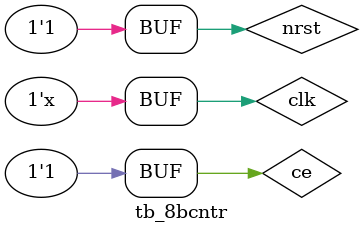
<source format=sv>
`timescale 1ns / 1ps

module tb_8bcntr;

reg clk, nrst, ce;
wire [7:0] q;
wire [7:0] d;

cntr uut(
	.clk(clk),
	.nrst(nrst),
	.ce(ce),
	.q(q)
);

initial begin
	clk=1;
	nrst=0;
	ce=0;
	#20;
	nrst=1;
	#20;
	ce=1;
end

always #10 clk = ~clk;

endmodule

</source>
